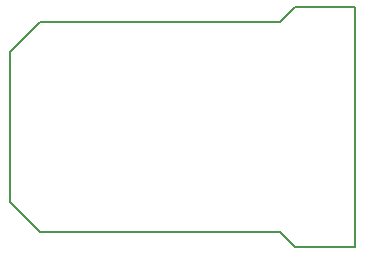
<source format=gm1>
G04 #@! TF.FileFunction,Profile,NP*
%FSLAX46Y46*%
G04 Gerber Fmt 4.6, Leading zero omitted, Abs format (unit mm)*
G04 Created by KiCad (PCBNEW (2016-11-25 revision 30df041)-master) date Sun Nov 27 00:56:35 2016*
%MOMM*%
%LPD*%
G01*
G04 APERTURE LIST*
%ADD10C,0.100000*%
%ADD11C,0.200000*%
G04 APERTURE END LIST*
D10*
D11*
X156210000Y-110490000D02*
X135890000Y-110490000D01*
X135890000Y-92710000D02*
X156210000Y-92710000D01*
X135890000Y-92710000D02*
X133350000Y-95250000D01*
X157480000Y-91440000D02*
X156210000Y-92710000D01*
X162560000Y-91440000D02*
X157480000Y-91440000D01*
X162560000Y-111760000D02*
X162560000Y-91440000D01*
X157480000Y-111760000D02*
X162560000Y-111760000D01*
X156210000Y-110490000D02*
X157480000Y-111760000D01*
X133350000Y-107950000D02*
X135890000Y-110490000D01*
X133350000Y-95250000D02*
X133350000Y-107950000D01*
M02*

</source>
